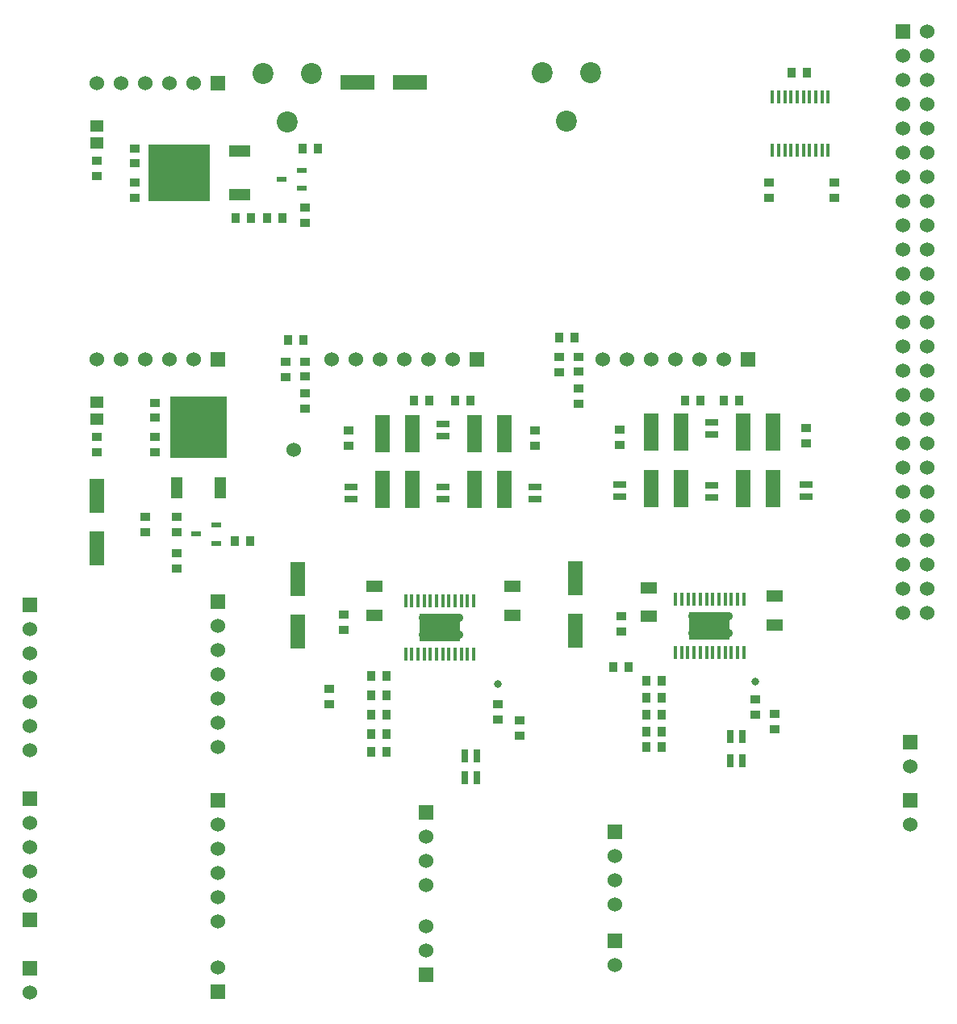
<source format=gts>
G04 (created by PCBNEW (2013-05-18 BZR 4017)-stable) date Mon 15 Dec 2014 10:40:29 GMT*
%MOIN*%
G04 Gerber Fmt 3.4, Leading zero omitted, Abs format*
%FSLAX34Y34*%
G01*
G70*
G90*
G04 APERTURE LIST*
%ADD10C,0.00590551*%
%ADD11R,0.0906X0.0512*%
%ADD12R,0.2559X0.2323*%
%ADD13C,0.0315*%
%ADD14R,0.0165X0.0579*%
%ADD15C,0.06*%
%ADD16R,0.0394X0.0236*%
%ADD17R,0.029X0.054*%
%ADD18R,0.054X0.029*%
%ADD19R,0.0709X0.0453*%
%ADD20R,0.0374X0.0394*%
%ADD21R,0.0394X0.0374*%
%ADD22R,0.06X0.06*%
%ADD23R,0.0512X0.0906*%
%ADD24R,0.2323X0.2559*%
%ADD25R,0.0598X0.1535*%
%ADD26R,0.1417X0.063*%
%ADD27R,0.063X0.1417*%
%ADD28R,0.0571X0.0453*%
%ADD29C,0.0866*%
%ADD30R,0.1701X0.1181*%
%ADD31C,0.0354*%
G04 APERTURE END LIST*
G54D10*
G54D11*
X41500Y-26400D03*
G54D12*
X39000Y-25500D03*
G54D11*
X41500Y-24600D03*
G54D13*
X52150Y-46600D03*
X62800Y-46500D03*
G54D14*
X64522Y-24552D03*
X64778Y-24552D03*
X65034Y-24552D03*
X65290Y-24552D03*
X63758Y-22350D03*
X63754Y-24552D03*
X64010Y-24552D03*
X64266Y-24552D03*
X65546Y-22348D03*
X65290Y-22348D03*
X65034Y-22348D03*
X64778Y-22348D03*
X64522Y-22348D03*
X64266Y-22348D03*
X65546Y-24552D03*
X64010Y-22350D03*
X63498Y-24552D03*
X65802Y-24552D03*
X65802Y-22348D03*
X63498Y-22348D03*
G54D15*
X43708Y-36904D03*
G54D16*
X40516Y-40775D03*
X39684Y-40400D03*
X40516Y-40025D03*
X44066Y-26125D03*
X43234Y-25750D03*
X44066Y-25375D03*
G54D17*
X50800Y-49550D03*
X51300Y-49550D03*
X62250Y-48750D03*
X61750Y-48750D03*
X62250Y-49750D03*
X61750Y-49750D03*
X50800Y-50450D03*
X51300Y-50450D03*
G54D18*
X46100Y-38950D03*
X46100Y-38450D03*
X64900Y-38350D03*
X64900Y-38850D03*
X61000Y-38400D03*
X61000Y-38900D03*
X61000Y-35800D03*
X61000Y-36300D03*
X57200Y-38350D03*
X57200Y-38850D03*
X53700Y-38950D03*
X53700Y-38450D03*
X49900Y-38950D03*
X49900Y-38450D03*
X49900Y-36350D03*
X49900Y-35850D03*
G54D19*
X52750Y-42559D03*
X52750Y-43741D03*
X47050Y-42559D03*
X47050Y-43741D03*
X63600Y-42959D03*
X63600Y-44141D03*
X58400Y-42609D03*
X58400Y-43791D03*
G54D20*
X54685Y-32300D03*
X55315Y-32300D03*
X47565Y-48650D03*
X46935Y-48650D03*
X43485Y-32400D03*
X44115Y-32400D03*
X64285Y-21350D03*
X64915Y-21350D03*
X41965Y-27350D03*
X41335Y-27350D03*
G54D21*
X35600Y-25615D03*
X35600Y-24985D03*
X35600Y-37015D03*
X35600Y-36385D03*
X37150Y-25885D03*
X37150Y-26515D03*
X38000Y-36385D03*
X38000Y-37015D03*
X38900Y-41815D03*
X38900Y-41185D03*
X44200Y-26935D03*
X44200Y-27565D03*
G54D20*
X41285Y-40700D03*
X41915Y-40700D03*
G54D21*
X38900Y-40315D03*
X38900Y-39685D03*
G54D20*
X58915Y-48550D03*
X58285Y-48550D03*
X58285Y-49200D03*
X58915Y-49200D03*
X56935Y-45900D03*
X57565Y-45900D03*
G54D21*
X45200Y-47415D03*
X45200Y-46785D03*
G54D20*
X46935Y-49400D03*
X47565Y-49400D03*
X43265Y-27350D03*
X42635Y-27350D03*
G54D21*
X44200Y-34585D03*
X44200Y-35215D03*
X55500Y-34385D03*
X55500Y-35015D03*
X63350Y-26515D03*
X63350Y-25885D03*
G54D22*
X40600Y-43200D03*
G54D15*
X40600Y-44200D03*
X40600Y-45200D03*
X40600Y-46200D03*
X40600Y-47200D03*
X40600Y-48200D03*
X40600Y-49200D03*
G54D22*
X32829Y-43313D03*
G54D15*
X32829Y-44313D03*
X32829Y-45313D03*
X32829Y-46313D03*
X32829Y-47313D03*
X32829Y-48313D03*
X32829Y-49313D03*
G54D22*
X62500Y-33200D03*
G54D15*
X61500Y-33200D03*
X60500Y-33200D03*
X59500Y-33200D03*
X58500Y-33200D03*
X57500Y-33200D03*
X56500Y-33200D03*
G54D22*
X51300Y-33200D03*
G54D15*
X50300Y-33200D03*
X49300Y-33200D03*
X48300Y-33200D03*
X47300Y-33200D03*
X46300Y-33200D03*
X45300Y-33200D03*
G54D22*
X40600Y-21800D03*
G54D15*
X39600Y-21800D03*
X38600Y-21800D03*
X37600Y-21800D03*
X36600Y-21800D03*
X35600Y-21800D03*
G54D22*
X57000Y-52700D03*
G54D15*
X57000Y-53700D03*
X57000Y-54700D03*
X57000Y-55700D03*
G54D22*
X49200Y-51900D03*
G54D15*
X49200Y-52900D03*
X49200Y-53900D03*
X49200Y-54900D03*
G54D22*
X32829Y-58313D03*
G54D15*
X32829Y-59313D03*
G54D22*
X57000Y-57200D03*
G54D15*
X57000Y-58200D03*
G54D22*
X69200Y-51400D03*
G54D15*
X69200Y-52400D03*
G54D22*
X69200Y-49000D03*
G54D15*
X69200Y-50000D03*
G54D22*
X68874Y-19639D03*
G54D15*
X69874Y-19639D03*
X68874Y-24639D03*
X69874Y-20639D03*
X68874Y-25639D03*
X69874Y-21639D03*
X68874Y-26639D03*
X69874Y-22639D03*
X68874Y-27639D03*
X69874Y-23639D03*
X68874Y-28639D03*
X69874Y-24639D03*
X68874Y-29639D03*
X69874Y-25639D03*
X68874Y-30639D03*
X69874Y-26639D03*
X68874Y-31639D03*
X69874Y-27639D03*
X68874Y-32639D03*
X69874Y-28639D03*
X68874Y-33639D03*
X69874Y-29639D03*
X68874Y-34639D03*
X69874Y-30639D03*
X69874Y-31639D03*
X68874Y-35639D03*
X69874Y-32639D03*
X69874Y-34639D03*
X69874Y-35639D03*
X69874Y-36639D03*
X69874Y-37639D03*
X68874Y-36639D03*
X68874Y-37639D03*
X68874Y-20639D03*
X68874Y-21639D03*
X68874Y-22639D03*
X68874Y-23639D03*
X68874Y-38639D03*
X69874Y-38639D03*
X69874Y-33639D03*
X68874Y-39639D03*
X69874Y-39639D03*
X68874Y-40639D03*
X69874Y-40639D03*
X68874Y-41639D03*
X69874Y-41639D03*
X68874Y-42639D03*
X69874Y-42639D03*
X68874Y-43639D03*
X69874Y-43639D03*
G54D21*
X38000Y-34985D03*
X38000Y-35600D03*
X37150Y-24485D03*
X37150Y-25100D03*
X44200Y-33285D03*
X44200Y-33900D03*
X55500Y-33085D03*
X55500Y-33700D03*
G54D23*
X38900Y-38500D03*
G54D24*
X39800Y-36000D03*
G54D23*
X40700Y-38500D03*
G54D25*
X63526Y-38511D03*
X62274Y-38511D03*
X63526Y-36189D03*
X62274Y-36189D03*
X59726Y-38511D03*
X58474Y-38511D03*
X59726Y-36189D03*
X58474Y-36189D03*
X48626Y-38561D03*
X47374Y-38561D03*
X48626Y-36239D03*
X47374Y-36239D03*
X52426Y-38561D03*
X51174Y-38561D03*
X52426Y-36239D03*
X51174Y-36239D03*
G54D26*
X46367Y-21750D03*
X48533Y-21750D03*
G54D27*
X43900Y-44433D03*
X43900Y-42267D03*
X55350Y-44383D03*
X55350Y-42217D03*
X35600Y-38817D03*
X35600Y-40983D03*
G54D28*
X35600Y-24254D03*
X35600Y-23546D03*
X35600Y-35654D03*
X35600Y-34946D03*
G54D21*
X45800Y-43735D03*
X45800Y-44365D03*
X57250Y-43785D03*
X57250Y-44415D03*
X52150Y-47435D03*
X52150Y-48065D03*
X62800Y-47235D03*
X62800Y-47865D03*
X54700Y-33085D03*
X54700Y-33715D03*
X43400Y-33285D03*
X43400Y-33915D03*
X66050Y-26515D03*
X66050Y-25885D03*
X53050Y-48715D03*
X53050Y-48085D03*
G54D20*
X58915Y-47850D03*
X58285Y-47850D03*
X58915Y-47150D03*
X58285Y-47150D03*
G54D21*
X63600Y-48465D03*
X63600Y-47835D03*
G54D20*
X47565Y-47050D03*
X46935Y-47050D03*
X47565Y-47850D03*
X46935Y-47850D03*
G54D22*
X32829Y-51313D03*
G54D15*
X32829Y-52313D03*
X32829Y-53313D03*
X32829Y-54313D03*
G54D22*
X32829Y-56313D03*
G54D15*
X32829Y-55313D03*
G54D22*
X40600Y-33200D03*
G54D15*
X39600Y-33200D03*
X38600Y-33200D03*
X37600Y-33200D03*
X36600Y-33200D03*
X35600Y-33200D03*
G54D22*
X40600Y-51400D03*
G54D15*
X40600Y-52400D03*
X40600Y-53400D03*
X40600Y-54400D03*
X40600Y-55400D03*
X40600Y-56400D03*
G54D22*
X49200Y-58600D03*
G54D15*
X49200Y-57600D03*
X49200Y-56600D03*
G54D22*
X40600Y-59300D03*
G54D15*
X40600Y-58300D03*
G54D29*
X43450Y-23400D03*
X44450Y-21400D03*
X42450Y-21400D03*
X55000Y-23350D03*
X56000Y-21350D03*
X54000Y-21350D03*
G54D21*
X57200Y-36715D03*
X57200Y-36085D03*
G54D20*
X60515Y-34900D03*
X59885Y-34900D03*
X62115Y-34900D03*
X61485Y-34900D03*
G54D21*
X64900Y-36035D03*
X64900Y-36665D03*
X46000Y-36765D03*
X46000Y-36135D03*
G54D20*
X49315Y-34900D03*
X48685Y-34900D03*
X51015Y-34900D03*
X50385Y-34900D03*
G54D21*
X53700Y-36135D03*
X53700Y-36765D03*
G54D20*
X46935Y-46250D03*
X47565Y-46250D03*
X58285Y-46450D03*
X58915Y-46450D03*
G54D21*
X37600Y-39685D03*
X37600Y-40315D03*
G54D20*
X44715Y-24500D03*
X44085Y-24500D03*
G54D14*
X49622Y-45352D03*
X49878Y-45352D03*
X50134Y-45352D03*
X50390Y-45352D03*
X48858Y-43150D03*
X48854Y-45352D03*
X49110Y-45352D03*
X49366Y-45352D03*
X50646Y-43148D03*
X50390Y-43148D03*
X50134Y-43148D03*
X49878Y-43148D03*
X49622Y-43148D03*
X49366Y-43148D03*
X50646Y-45352D03*
X49110Y-43150D03*
X48598Y-45352D03*
X50902Y-45352D03*
X50902Y-43148D03*
X48598Y-43148D03*
X48343Y-45352D03*
X51157Y-45352D03*
X51157Y-43148D03*
X48343Y-43148D03*
G54D30*
X49750Y-44250D03*
G54D31*
X49050Y-43850D03*
X49550Y-43850D03*
X50050Y-43850D03*
X50550Y-43850D03*
X49300Y-44200D03*
X49800Y-44200D03*
X50300Y-44200D03*
X49050Y-44550D03*
X49550Y-44550D03*
X50050Y-44550D03*
X50550Y-44550D03*
G54D14*
X60772Y-45302D03*
X61028Y-45302D03*
X61284Y-45302D03*
X61540Y-45302D03*
X60008Y-43100D03*
X60004Y-45302D03*
X60260Y-45302D03*
X60516Y-45302D03*
X61796Y-43098D03*
X61540Y-43098D03*
X61284Y-43098D03*
X61028Y-43098D03*
X60772Y-43098D03*
X60516Y-43098D03*
X61796Y-45302D03*
X60260Y-43100D03*
X59748Y-45302D03*
X62052Y-45302D03*
X62052Y-43098D03*
X59748Y-43098D03*
X59493Y-45302D03*
X62307Y-45302D03*
X62307Y-43098D03*
X59493Y-43098D03*
G54D30*
X60900Y-44200D03*
G54D31*
X60200Y-43800D03*
X60700Y-43800D03*
X61200Y-43800D03*
X61700Y-43800D03*
X60450Y-44150D03*
X60950Y-44150D03*
X61450Y-44150D03*
X60200Y-44500D03*
X60700Y-44500D03*
X61200Y-44500D03*
X61700Y-44500D03*
M02*

</source>
